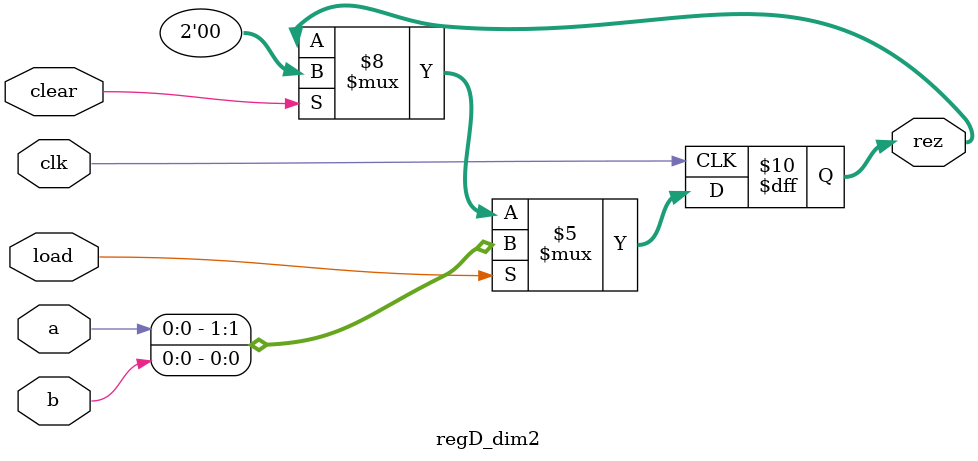
<source format=v>
`timescale 1ns / 1ps


module regD_dim2(input a, b, clk, load, clear, output [1:0]rez);
    reg [1:0] rez;

    always @(posedge clk)
        begin
            if (clear == 1) begin
                rez = 0;
            end
            
            if (load == 1) begin
                rez = {a, b};
            end
        end
endmodule

</source>
